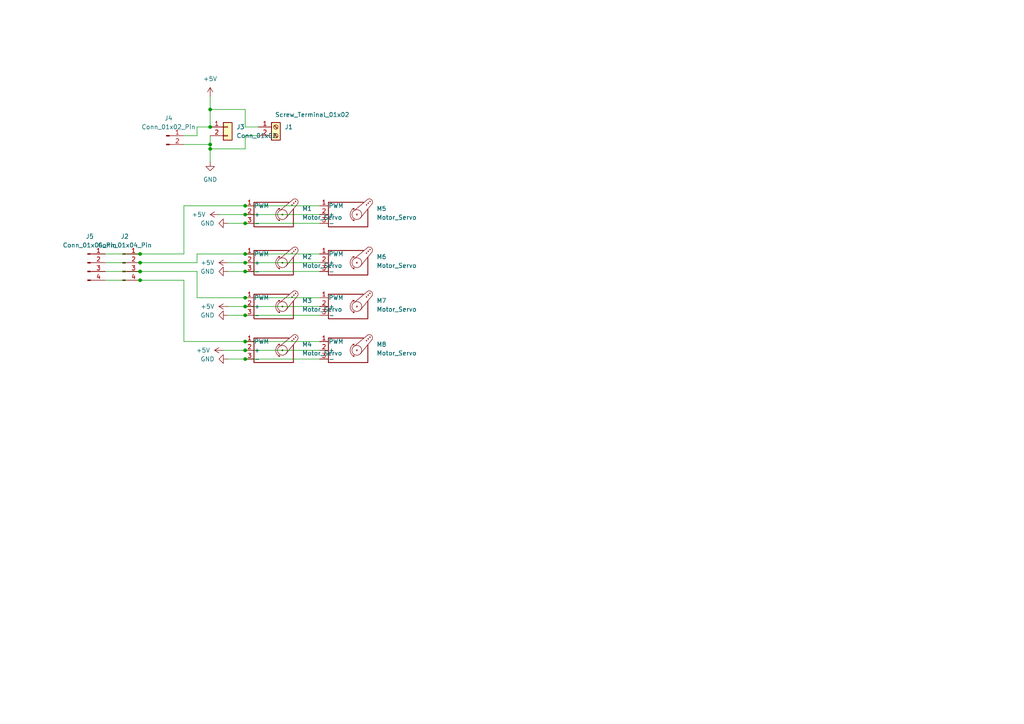
<source format=kicad_sch>
(kicad_sch (version 20231120) (generator "eeschema") (generator_version "8.0")
  (paper "A4")
  (lib_symbols
    (symbol "Connector:Conn_01x02_Pin" (pin_names (offset 1.016) hide)
      (property "Reference" "J" (at 0 2.54 0))
      (property "Value" "Conn_01x02_Pin" (at 0 -5.08 0))
      (symbol "Conn_01x02_Pin_1_1"
        (polyline (pts (xy 1.27 -2.54) (xy 0.8636 -2.54)) (stroke (width 0.1524)))
        (polyline (pts (xy 1.27 0) (xy 0.8636 0)) (stroke (width 0.1524)))
        (rectangle (start 0.8636 -2.413) (end 0 -2.667) (stroke (width 0.1524)) (fill (type outline)))
        (rectangle (start 0.8636 0.127) (end 0 -0.127) (stroke (width 0.1524)) (fill (type outline)))
        (pin passive line (at 5.08 0 180) (length 3.81) (name "Pin_1") (number "1"))
        (pin passive line (at 5.08 -2.54 180) (length 3.81) (name "Pin_2") (number "2"))
      )
    )
    (symbol "Connector:Conn_01x04_Pin" (pin_names (offset 1.016) hide)
      (property "Reference" "J" (at 0 5.08 0))
      (property "Value" "Conn_01x04_Pin" (at 0 -7.62 0))
      (symbol "Conn_01x04_Pin_1_1"
        (polyline (pts (xy 1.27 -5.08) (xy 0.8636 -5.08)) (stroke (width 0.1524)))
        (polyline (pts (xy 1.27 -2.54) (xy 0.8636 -2.54)) (stroke (width 0.1524)))
        (polyline (pts (xy 1.27 0) (xy 0.8636 0)) (stroke (width 0.1524)))
        (polyline (pts (xy 1.27 2.54) (xy 0.8636 2.54)) (stroke (width 0.1524)))
        (rectangle (start 0.8636 -4.953) (end 0 -5.207) (stroke (width 0.1524)) (fill (type outline)))
        (rectangle (start 0.8636 -2.413) (end 0 -2.667) (stroke (width 0.1524)) (fill (type outline)))
        (rectangle (start 0.8636 0.127) (end 0 -0.127) (stroke (width 0.1524)) (fill (type outline)))
        (rectangle (start 0.8636 2.667) (end 0 2.413) (stroke (width 0.1524)) (fill (type outline)))
        (pin passive line (at 5.08 2.54 180) (length 3.81) (name "Pin_1") (number "1"))
        (pin passive line (at 5.08 0 180) (length 3.81) (name "Pin_2") (number "2"))
        (pin passive line (at 5.08 -2.54 180) (length 3.81) (name "Pin_3") (number "3"))
        (pin passive line (at 5.08 -5.08 180) (length 3.81) (name "Pin_4") (number "4"))
      )
    )
    (symbol "Connector:Screw_Terminal_01x02" (pin_names (offset 1.016) hide)
      (property "Reference" "J" (at 0 2.54 0))
      (property "Value" "Screw_Terminal_01x02" (at 0 -5.08 0))
      (symbol "Screw_Terminal_01x02_1_1"
        (rectangle (start -1.27 1.27) (end 1.27 -3.81) (stroke (width 0.254)) (fill (type background)))
        (circle (center 0 -2.54) (radius 0.635) (stroke (width 0.1524)))
        (polyline (pts (xy -0.5334 -2.2098) (xy 0.3302 -3.048)) (stroke (width 0.1524)))
        (polyline (pts (xy -0.5334 0.3302) (xy 0.3302 -0.508)) (stroke (width 0.1524)))
        (polyline (pts (xy -0.3556 -2.032) (xy 0.508 -2.8702)) (stroke (width 0.1524)))
        (polyline (pts (xy -0.3556 0.508) (xy 0.508 -0.3302)) (stroke (width 0.1524)))
        (circle (center 0 0) (radius 0.635) (stroke (width 0.1524)))
        (pin passive line (at -5.08 0 0) (length 3.81) (name "Pin_1") (number "1"))
        (pin passive line (at -5.08 -2.54 0) (length 3.81) (name "Pin_2") (number "2"))
      )
    )
    (symbol "Connector_Generic:Conn_01x02" (pin_names (offset 1.016) hide)
      (property "Reference" "J" (at 0 2.54 0))
      (property "Value" "Conn_01x02" (at 0 -5.08 0))
      (symbol "Conn_01x02_1_1"
        (rectangle (start -1.27 -2.413) (end 0 -2.667) (stroke (width 0.1524)))
        (rectangle (start -1.27 0.127) (end 0 -0.127) (stroke (width 0.1524)))
        (rectangle (start -1.27 1.27) (end 1.27 -3.81) (stroke (width 0.254)) (fill (type background)))
        (pin passive line (at -5.08 0 0) (length 3.81) (name "Pin_1") (number "1"))
        (pin passive line (at -5.08 -2.54 0) (length 3.81) (name "Pin_2") (number "2"))
      )
    )
    (symbol "Motor:Motor_Servo" (pin_names (offset 0.0254))
      (property "Reference" "M" (at -5.08 4.445 0))
      (property "Value" "Motor_Servo" (at -5.08 -4.064 0))
      (symbol "Motor_Servo_0_1"
        (polyline (pts (xy 2.413 -1.778) (xy 2.032 -1.778)))
        (polyline (pts (xy 2.413 -1.778) (xy 2.286 -1.397)))
        (polyline (pts (xy 2.413 1.778) (xy 1.905 1.778)))
        (polyline (pts (xy 2.413 1.778) (xy 2.286 1.397)))
        (polyline (pts (xy 6.35 4.445) (xy 2.54 1.27)))
        (polyline (pts (xy 7.62 3.175) (xy 4.191 -1.016)))
        (polyline (pts (xy 5.08 3.556) (xy -5.08 3.556) (xy -5.08 -3.556) (xy 6.35 -3.556) (xy 6.35 1.524)) (stroke (width 0.254)))
        (arc (start 2.413 1.778) (mid 1.2406 0) (end 2.413 -1.778))
        (circle (center 3.175 0) (radius 0.1778))
        (circle (center 3.175 0) (radius 1.4224))
        (circle (center 5.969 2.794) (radius 0.127))
        (circle (center 6.477 3.302) (radius 0.127))
        (circle (center 6.985 3.81) (radius 0.127))
        (arc (start 7.62 3.175) (mid 7.4485 4.2735) (end 6.35 4.445))
      )
      (symbol "Motor_Servo_1_1"
        (pin passive line (at -7.62 2.54 0) (length 2.54) (name "PWM") (number "1"))
        (pin passive line (at -7.62 0 0) (length 2.54) (name "+") (number "2"))
        (pin passive line (at -7.62 -2.54 0) (length 2.54) (name "-") (number "3"))
      )
    )
    (symbol "power:+5V" (power) (pin_numbers hide) (pin_names (offset 0) hide)
      (property "Value" "+5V" (at 0 3.556 0))
      (symbol "+5V_0_1"
        (polyline (pts (xy -0.762 1.27) (xy 0 2.54)))
        (polyline (pts (xy 0 0) (xy 0 2.54)))
        (polyline (pts (xy 0 2.54) (xy 0.762 1.27)))
      )
      (symbol "+5V_1_1"
        (pin power_in line (at 0 0 90) (length 0) (name "~") (number "1"))
      )
    )
    (symbol "power:GND" (power) (pin_numbers hide) (pin_names (offset 0) hide)
      (property "Value" "GND" (at 0 -3.81 0))
      (symbol "GND_0_1"
        (polyline (pts (xy 0 0) (xy 0 -1.27) (xy 1.27 -1.27) (xy 0 -2.54) (xy -1.27 -1.27) (xy 0 -1.27)))
      )
      (symbol "GND_1_1"
        (pin power_in line (at 0 0 270) (length 0) (name "~") (number "1"))
      )
    )
  )
  (junction (at 71.12 62.23))
  (junction (at 60.96 43.18))
  (junction (at 71.12 86.36))
  (junction (at 71.12 64.77))
  (junction (at 71.12 78.74))
  (junction (at 71.12 76.2))
  (junction (at 40.64 81.28))
  (junction (at 60.96 41.91))
  (junction (at 60.96 36.83))
  (junction (at 71.12 88.9))
  (junction (at 40.64 73.66))
  (junction (at 71.12 91.44))
  (junction (at 60.96 31.75))
  (junction (at 71.12 99.06))
  (junction (at 71.12 59.69))
  (junction (at 40.64 76.2))
  (junction (at 71.12 101.6))
  (junction (at 71.12 73.66))
  (junction (at 40.64 78.74))
  (junction (at 71.12 104.14))
  (wire (pts (xy 74.93 39.37) (xy 71.12 39.37)))
  (wire (pts (xy 57.15 36.83) (xy 60.96 36.83)))
  (wire (pts (xy 71.12 31.75) (xy 60.96 31.75)))
  (wire (pts (xy 53.34 73.66) (xy 53.34 59.69)))
  (wire (pts (xy 71.12 101.6) (xy 92.71 101.6)))
  (wire (pts (xy 64.77 101.6) (xy 71.12 101.6)))
  (wire (pts (xy 30.48 81.28) (xy 40.64 81.28)))
  (wire (pts (xy 40.64 73.66) (xy 53.34 73.66)))
  (wire (pts (xy 66.04 64.77) (xy 71.12 64.77)))
  (wire (pts (xy 71.12 76.2) (xy 92.71 76.2)))
  (wire (pts (xy 71.12 39.37) (xy 71.12 43.18)))
  (wire (pts (xy 71.12 64.77) (xy 92.71 64.77)))
  (wire (pts (xy 71.12 99.06) (xy 92.71 99.06)))
  (wire (pts (xy 71.12 78.74) (xy 92.71 78.74)))
  (wire (pts (xy 57.15 86.36) (xy 71.12 86.36)))
  (wire (pts (xy 71.12 104.14) (xy 92.71 104.14)))
  (wire (pts (xy 53.34 39.37) (xy 57.15 39.37)))
  (wire (pts (xy 71.12 91.44) (xy 92.71 91.44)))
  (wire (pts (xy 30.48 78.74) (xy 40.64 78.74)))
  (wire (pts (xy 30.48 73.66) (xy 40.64 73.66)))
  (wire (pts (xy 66.04 88.9) (xy 71.12 88.9)))
  (wire (pts (xy 57.15 76.2) (xy 57.15 73.66)))
  (wire (pts (xy 40.64 78.74) (xy 57.15 78.74)))
  (wire (pts (xy 60.96 31.75) (xy 60.96 36.83)))
  (wire (pts (xy 60.96 39.37) (xy 60.96 41.91)))
  (wire (pts (xy 71.12 73.66) (xy 92.71 73.66)))
  (wire (pts (xy 71.12 88.9) (xy 92.71 88.9)))
  (wire (pts (xy 53.34 59.69) (xy 71.12 59.69)))
  (wire (pts (xy 57.15 78.74) (xy 57.15 86.36)))
  (wire (pts (xy 57.15 39.37) (xy 57.15 36.83)))
  (wire (pts (xy 60.96 27.94) (xy 60.96 31.75)))
  (wire (pts (xy 71.12 86.36) (xy 92.71 86.36)))
  (wire (pts (xy 66.04 78.74) (xy 71.12 78.74)))
  (wire (pts (xy 53.34 99.06) (xy 71.12 99.06)))
  (wire (pts (xy 71.12 62.23) (xy 92.71 62.23)))
  (wire (pts (xy 60.96 41.91) (xy 53.34 41.91)))
  (wire (pts (xy 66.04 104.14) (xy 71.12 104.14)))
  (wire (pts (xy 60.96 41.91) (xy 60.96 43.18)))
  (wire (pts (xy 53.34 81.28) (xy 53.34 99.06)))
  (wire (pts (xy 66.04 91.44) (xy 71.12 91.44)))
  (wire (pts (xy 40.64 76.2) (xy 57.15 76.2)))
  (wire (pts (xy 40.64 81.28) (xy 53.34 81.28)))
  (wire (pts (xy 71.12 59.69) (xy 92.71 59.69)))
  (wire (pts (xy 74.93 36.83) (xy 71.12 36.83)))
  (wire (pts (xy 71.12 36.83) (xy 71.12 31.75)))
  (wire (pts (xy 30.48 76.2) (xy 40.64 76.2)))
  (wire (pts (xy 63.5 62.23) (xy 71.12 62.23)))
  (wire (pts (xy 71.12 43.18) (xy 60.96 43.18)))
  (wire (pts (xy 60.96 43.18) (xy 60.96 46.99)))
  (wire (pts (xy 66.04 76.2) (xy 71.12 76.2)))
  (wire (pts (xy 57.15 73.66) (xy 71.12 73.66)))
  (symbol (lib_id "power:GND") (at 66.04 78.74 270) (unit 1)
    (property "Reference" "#PWR05" (effects (hide yes)))
    (property "Value" "GND" (at 62.23 78.7399 90) (effects (justify right)))
    (property "Description" "Power symbol creates a global label with name \"GND\" , ground" (effects (hide yes)))
  )
  (symbol (lib_id "Connector_Generic:Conn_01x02") (at 66.04 36.83 0) (unit 1)
    (property "Reference" "J3" (at 68.58 36.8299 0) (effects (justify left)))
    (property "Value" "Conn_01x02" (at 68.58 39.3699 0) (effects (justify left)))
    (property "Footprint" "Connector_JST:JST_XH_B2B-XH-A_1x02_P2.50mm_Vertical" (effects (hide yes)))
    (property "Description" "Generic connector, single row, 01x02, script generated (kicad-library-utils/schlib/autogen/connector/)" (effects (hide yes)))
  )
  (symbol (lib_id "Connector:Conn_01x04_Pin") (at 25.4 76.2 0) (unit 1)
    (property "Reference" "J5" (at 26.035 68.58 0))
    (property "Value" "Conn_01x04_Pin" (at 26.035 71.12 0))
    (property "Footprint" "Connector_JST:JST_XH_B4B-XH-A_1x04_P2.50mm_Vertical" (effects (hide yes)))
    (property "Description" "Generic connector, single row, 01x04, script generated" (effects (hide yes)))
  )
  (symbol (lib_id "Motor:Motor_Servo") (at 100.33 101.6 0) (unit 1)
    (property "Reference" "M8" (at 109.22 99.8965 0) (effects (justify left)))
    (property "Value" "Motor_Servo" (at 109.22 102.4365 0) (effects (justify left)))
    (property "Footprint" "Connector_PinHeader_2.54mm:PinHeader_1x03_P2.54mm_Vertical" (effects (hide yes)))
    (property "Datasheet" "http://forums.parallax.com/uploads/attachments/46831/74481.png" (effects (hide yes)))
    (property "Description" "Servo Motor (Futaba, HiTec, JR connector)" (effects (hide yes)))
  )
  (symbol (lib_id "power:GND") (at 60.96 46.99 0) (unit 1)
    (property "Reference" "#PWR02" (effects (hide yes)))
    (property "Value" "GND" (at 60.96 52.07 0))
    (property "Description" "Power symbol creates a global label with name \"GND\" , ground" (effects (hide yes)))
  )
  (symbol (lib_id "Motor:Motor_Servo") (at 78.74 88.9 0) (unit 1)
    (property "Reference" "M3" (at 87.63 87.1965 0) (effects (justify left)))
    (property "Value" "Motor_Servo" (at 87.63 89.7365 0) (effects (justify left)))
    (property "Footprint" "Connector_PinHeader_2.54mm:PinHeader_1x03_P2.54mm_Vertical" (effects (hide yes)))
    (property "Datasheet" "http://forums.parallax.com/uploads/attachments/46831/74481.png" (effects (hide yes)))
    (property "Description" "Servo Motor (Futaba, HiTec, JR connector)" (effects (hide yes)))
  )
  (symbol (lib_id "power:+5V") (at 66.04 88.9 90) (unit 1)
    (property "Reference" "#PWR09" (effects (hide yes)))
    (property "Value" "+5V" (at 62.23 88.8999 90) (effects (justify left)))
    (property "Description" "Power symbol creates a global label with name \"+5V\"" (effects (hide yes)))
  )
  (symbol (lib_id "power:+5V") (at 63.5 62.23 90) (unit 1)
    (property "Reference" "#PWR07" (effects (hide yes)))
    (property "Value" "+5V" (at 59.69 62.2299 90) (effects (justify left)))
    (property "Description" "Power symbol creates a global label with name \"+5V\"" (effects (hide yes)))
  )
  (symbol (lib_id "Motor:Motor_Servo") (at 100.33 76.2 0) (unit 1)
    (property "Reference" "M6" (at 109.22 74.4965 0) (effects (justify left)))
    (property "Value" "Motor_Servo" (at 109.22 77.0365 0) (effects (justify left)))
    (property "Footprint" "Connector_PinHeader_2.54mm:PinHeader_1x03_P2.54mm_Vertical" (effects (hide yes)))
    (property "Datasheet" "http://forums.parallax.com/uploads/attachments/46831/74481.png" (effects (hide yes)))
    (property "Description" "Servo Motor (Futaba, HiTec, JR connector)" (effects (hide yes)))
  )
  (symbol (lib_id "power:+5V") (at 66.04 76.2 90) (unit 1)
    (property "Reference" "#PWR08" (effects (hide yes)))
    (property "Value" "+5V" (at 62.23 76.1999 90) (effects (justify left)))
    (property "Description" "Power symbol creates a global label with name \"+5V\"" (effects (hide yes)))
  )
  (symbol (lib_id "power:GND") (at 66.04 91.44 270) (unit 1)
    (property "Reference" "#PWR04" (effects (hide yes)))
    (property "Value" "GND" (at 62.23 91.4399 90) (effects (justify right)))
    (property "Description" "Power symbol creates a global label with name \"GND\" , ground" (effects (hide yes)))
  )
  (symbol (lib_id "power:+5V") (at 60.96 27.94 0) (unit 1)
    (property "Reference" "#PWR01" (effects (hide yes)))
    (property "Value" "+5V" (at 60.96 22.86 0))
    (property "Description" "Power symbol creates a global label with name \"+5V\"" (effects (hide yes)))
  )
  (symbol (lib_id "power:GND") (at 66.04 64.77 270) (unit 1)
    (property "Reference" "#PWR06" (effects (hide yes)))
    (property "Value" "GND" (at 62.23 64.7699 90) (effects (justify right)))
    (property "Description" "Power symbol creates a global label with name \"GND\" , ground" (effects (hide yes)))
  )
  (symbol (lib_id "Motor:Motor_Servo") (at 78.74 62.23 0) (unit 1)
    (property "Reference" "M1" (at 87.63 60.5265 0) (effects (justify left)))
    (property "Value" "Motor_Servo" (at 87.63 63.0665 0) (effects (justify left)))
    (property "Footprint" "Connector_PinHeader_2.54mm:PinHeader_1x03_P2.54mm_Vertical" (effects (hide yes)))
    (property "Datasheet" "http://forums.parallax.com/uploads/attachments/46831/74481.png" (effects (hide yes)))
    (property "Description" "Servo Motor (Futaba, HiTec, JR connector)" (effects (hide yes)))
  )
  (symbol (lib_id "power:+5V") (at 64.77 101.6 90) (unit 1)
    (property "Reference" "#PWR010" (effects (hide yes)))
    (property "Value" "+5V" (at 60.96 101.5999 90) (effects (justify left)))
    (property "Description" "Power symbol creates a global label with name \"+5V\"" (effects (hide yes)))
  )
  (symbol (lib_id "Motor:Motor_Servo") (at 78.74 76.2 0) (unit 1)
    (property "Reference" "M2" (at 87.63 74.4965 0) (effects (justify left)))
    (property "Value" "Motor_Servo" (at 87.63 77.0365 0) (effects (justify left)))
    (property "Footprint" "Connector_PinHeader_2.54mm:PinHeader_1x03_P2.54mm_Vertical" (effects (hide yes)))
    (property "Datasheet" "http://forums.parallax.com/uploads/attachments/46831/74481.png" (effects (hide yes)))
    (property "Description" "Servo Motor (Futaba, HiTec, JR connector)" (effects (hide yes)))
  )
  (symbol (lib_id "Motor:Motor_Servo") (at 78.74 101.6 0) (unit 1)
    (property "Reference" "M4" (at 87.63 99.8965 0) (effects (justify left)))
    (property "Value" "Motor_Servo" (at 87.63 102.4365 0) (effects (justify left)))
    (property "Footprint" "Connector_PinHeader_2.54mm:PinHeader_1x03_P2.54mm_Vertical" (effects (hide yes)))
    (property "Datasheet" "http://forums.parallax.com/uploads/attachments/46831/74481.png" (effects (hide yes)))
    (property "Description" "Servo Motor (Futaba, HiTec, JR connector)" (effects (hide yes)))
  )
  (symbol (lib_id "Motor:Motor_Servo") (at 100.33 88.9 0) (unit 1)
    (property "Reference" "M7" (at 109.22 87.1965 0) (effects (justify left)))
    (property "Value" "Motor_Servo" (at 109.22 89.7365 0) (effects (justify left)))
    (property "Footprint" "Connector_PinHeader_2.54mm:PinHeader_1x03_P2.54mm_Vertical" (effects (hide yes)))
    (property "Datasheet" "http://forums.parallax.com/uploads/attachments/46831/74481.png" (effects (hide yes)))
    (property "Description" "Servo Motor (Futaba, HiTec, JR connector)" (effects (hide yes)))
  )
  (symbol (lib_id "power:GND") (at 66.04 104.14 270) (unit 1)
    (property "Reference" "#PWR03" (effects (hide yes)))
    (property "Value" "GND" (at 62.23 104.1399 90) (effects (justify right)))
    (property "Description" "Power symbol creates a global label with name \"GND\" , ground" (effects (hide yes)))
  )
  (symbol (lib_id "Connector:Screw_Terminal_01x02") (at 80.01 36.83 0) (unit 1)
    (property "Reference" "J1" (at 82.55 36.8299 0) (effects (justify left)))
    (property "Value" "Screw_Terminal_01x02" (at 79.756 33.274 0) (effects (justify left)))
    (property "Footprint" "TerminalBlock:TerminalBlock_Xinya_XY308-2.54-2P_1x02_P2.54mm_Horizontal" (effects (hide yes)))
    (property "Description" "Generic screw terminal, single row, 01x02, script generated (kicad-library-utils/schlib/autogen/connector/)" (effects (hide yes)))
  )
  (symbol (lib_id "Connector:Conn_01x04_Pin") (at 35.56 76.2 0) (unit 1)
    (property "Reference" "J2" (at 36.195 68.58 0))
    (property "Value" "Conn_01x04_Pin" (at 36.195 71.12 0))
    (property "Footprint" "Connector_PinHeader_2.00mm:PinHeader_1x04_P2.00mm_Vertical" (effects (hide yes)))
    (property "Description" "Generic connector, single row, 01x04, script generated" (effects (hide yes)))
  )
  (symbol (lib_id "Motor:Motor_Servo") (at 100.33 62.23 0) (unit 1)
    (property "Reference" "M5" (at 109.22 60.5265 0) (effects (justify left)))
    (property "Value" "Motor_Servo" (at 109.22 63.0665 0) (effects (justify left)))
    (property "Footprint" "Connector_PinHeader_2.54mm:PinHeader_1x03_P2.54mm_Vertical" (effects (hide yes)))
    (property "Datasheet" "http://forums.parallax.com/uploads/attachments/46831/74481.png" (effects (hide yes)))
    (property "Description" "Servo Motor (Futaba, HiTec, JR connector)" (effects (hide yes)))
  )
  (symbol (lib_id "Connector:Conn_01x02_Pin") (at 48.26 39.37 0) (unit 1)
    (property "Reference" "J4" (at 48.895 34.29 0))
    (property "Value" "Conn_01x02_Pin" (at 48.895 36.83 0))
    (property "Footprint" "Connector_Samtec_MicroPower:Samtec_UMPS-02-XX.X-X-V-S_1x02_P2.0mm_Socket" (effects (hide yes)))
    (property "Description" "Generic connector, single row, 01x02, script generated" (effects (hide yes)))
  )
)
</source>
